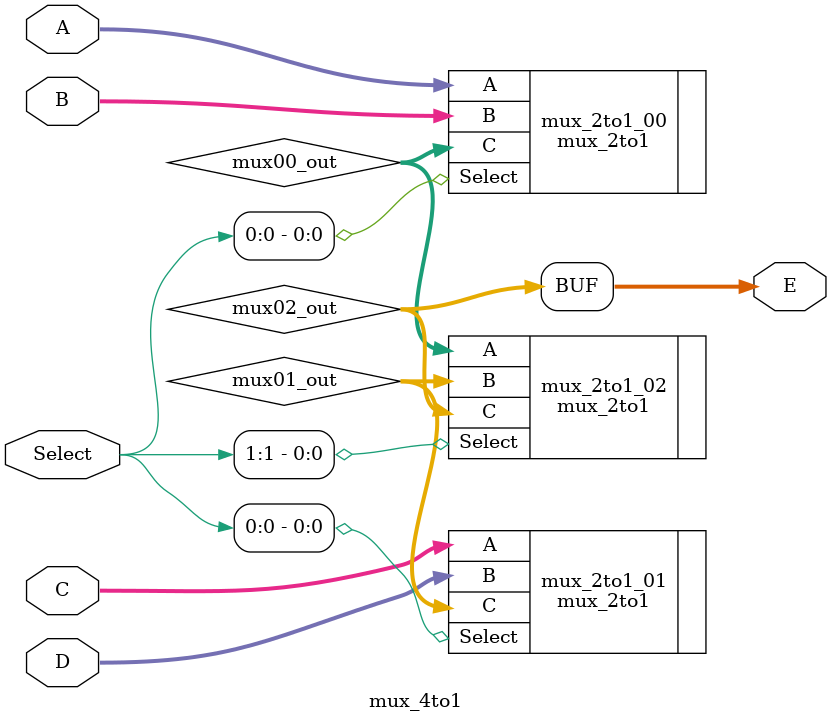
<source format=v>
`include "mux_2to1.v"

module mux_4to1  #(
    parameter DATA_WIDTH =32
) (
    input wire [DATA_WIDTH-1:0] A,
    input wire [DATA_WIDTH-1:0] B,
    input wire [DATA_WIDTH-1:0] C,
    input wire [DATA_WIDTH-1:0] D,
    input wire [1:0] Select,
    output wire [DATA_WIDTH-1:0] E
);

    wire [DATA_WIDTH-1: 0] mux00_out, mux01_out, mux02_out;

    mux_2to1 # (
        .DATA_WIDTH(DATA_WIDTH)
    ) mux_2to1_00 (
        .A(A),
        .B(B),
        .Select(Select[0]),
        .C(mux00_out)
    );

    mux_2to1 # (
        .DATA_WIDTH(DATA_WIDTH)
    ) mux_2to1_01 (
        .A(C),
        .B(D),
        .Select(Select[0]),
        .C(mux01_out)
    );

    mux_2to1 # (
        .DATA_WIDTH(DATA_WIDTH)
    ) mux_2to1_02 (
        .A(mux00_out),
        .B(mux01_out),
        .Select(Select[1]),
        .C(mux02_out)
    );    

    assign E = mux02_out;

endmodule 


</source>
